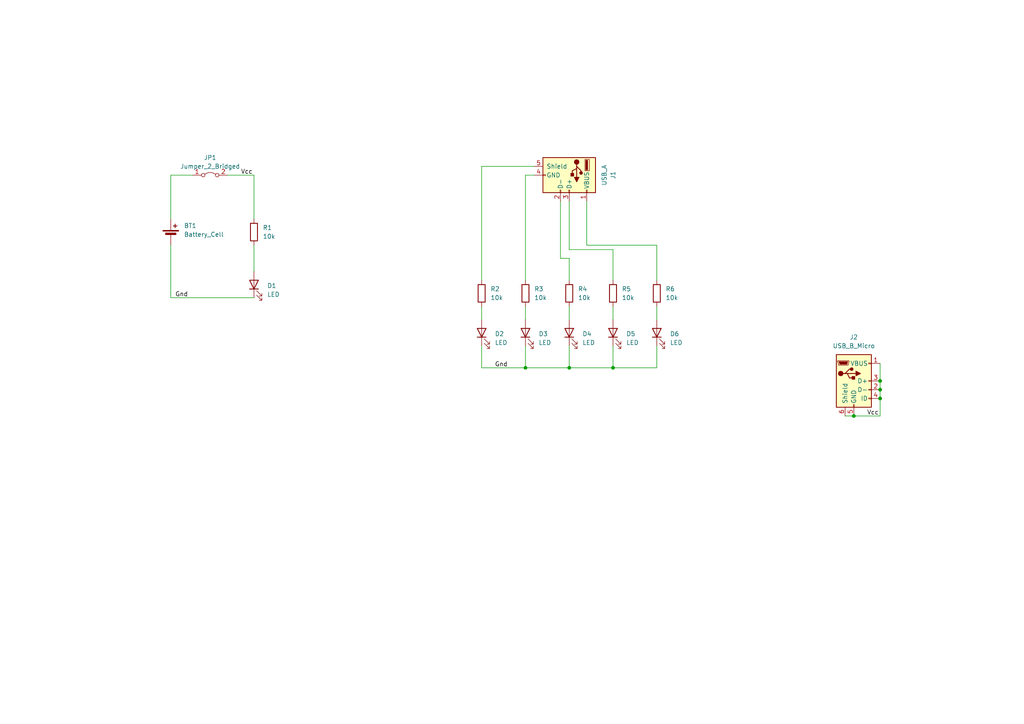
<source format=kicad_sch>
(kicad_sch (version 20231120) (generator "eeschema") (generator_version "8.0")
  (paper "A4")
  (lib_symbols
    (symbol "Connector:USB_A" (pin_names (offset 1.016))
      (property "Reference" "J" (at -5.08 11.43 0))
      (property "Value" "USB_A" (at -5.08 8.89 0))
      (symbol "USB_A_0_1"
        (rectangle (start -5.08 -7.62) (end 5.08 7.62) (stroke (width 0.254)) (fill (type background)))
        (circle (center -3.81 2.159) (radius 0.635) (stroke (width 0.254)) (fill (type outline)))
        (rectangle (start -1.524 4.826) (end -4.318 5.334) (fill (type outline)))
        (rectangle (start -1.27 4.572) (end -4.572 5.842))
        (circle (center -0.635 3.429) (radius 0.381) (stroke (width 0.254)) (fill (type outline)))
        (rectangle (start -0.127 -7.62) (end 0.127 -6.858))
        (polyline (pts (xy -3.175 2.159) (xy -2.54 2.159) (xy -1.27 3.429) (xy -0.635 3.429)) (stroke (width 0.254)))
        (polyline (pts (xy -2.54 2.159) (xy -1.905 2.159) (xy -1.27 0.889) (xy 0 0.889)) (stroke (width 0.254)))
        (polyline (pts (xy 0.635 2.794) (xy 0.635 1.524) (xy 1.905 2.159) (xy 0.635 2.794)) (stroke (width 0.254)) (fill (type outline)))
        (rectangle (start 0.254 1.27) (end -0.508 0.508) (stroke (width 0.254)) (fill (type outline)))
        (rectangle (start 5.08 -2.667) (end 4.318 -2.413))
        (rectangle (start 5.08 -0.127) (end 4.318 0.127))
        (rectangle (start 5.08 4.953) (end 4.318 5.207))
      )
      (symbol "USB_A_1_1"
        (polyline (pts (xy -1.905 2.159) (xy 0.635 2.159)) (stroke (width 0.254)))
        (pin power_in line (at 7.62 5.08 180) (length 2.54) (name "VBUS") (number "1"))
        (pin bidirectional line (at 7.62 -2.54 180) (length 2.54) (name "D-") (number "2"))
        (pin bidirectional line (at 7.62 0 180) (length 2.54) (name "D+") (number "3"))
        (pin power_in line (at 0 -10.16 90) (length 2.54) (name "GND") (number "4"))
        (pin passive line (at -2.54 -10.16 90) (length 2.54) (name "Shield") (number "5"))
      )
    )
    (symbol "Connector:USB_B_Micro" (pin_names (offset 1.016))
      (property "Reference" "J" (at -5.08 11.43 0))
      (property "Value" "USB_B_Micro" (at -5.08 8.89 0))
      (symbol "USB_B_Micro_0_1"
        (rectangle (start -5.08 -7.62) (end 5.08 7.62) (stroke (width 0.254)) (fill (type background)))
        (circle (center -3.81 2.159) (radius 0.635) (stroke (width 0.254)) (fill (type outline)))
        (circle (center -0.635 3.429) (radius 0.381) (stroke (width 0.254)) (fill (type outline)))
        (rectangle (start -0.127 -7.62) (end 0.127 -6.858))
        (polyline (pts (xy -1.905 2.159) (xy 0.635 2.159)) (stroke (width 0.254)))
        (polyline (pts (xy -3.175 2.159) (xy -2.54 2.159) (xy -1.27 3.429) (xy -0.635 3.429)) (stroke (width 0.254)))
        (polyline (pts (xy -2.54 2.159) (xy -1.905 2.159) (xy -1.27 0.889) (xy 0 0.889)) (stroke (width 0.254)))
        (polyline (pts (xy 0.635 2.794) (xy 0.635 1.524) (xy 1.905 2.159) (xy 0.635 2.794)) (stroke (width 0.254)) (fill (type outline)))
        (polyline (pts (xy -4.318 5.588) (xy -1.778 5.588) (xy -2.032 4.826) (xy -4.064 4.826) (xy -4.318 5.588)) (fill (type outline)))
        (polyline (pts (xy -4.699 5.842) (xy -4.699 5.588) (xy -4.445 4.826) (xy -4.445 4.572) (xy -1.651 4.572) (xy -1.651 4.826) (xy -1.397 5.588) (xy -1.397 5.842) (xy -4.699 5.842)))
        (rectangle (start 0.254 1.27) (end -0.508 0.508) (stroke (width 0.254)) (fill (type outline)))
        (rectangle (start 5.08 -5.207) (end 4.318 -4.953))
        (rectangle (start 5.08 -2.667) (end 4.318 -2.413))
        (rectangle (start 5.08 -0.127) (end 4.318 0.127))
        (rectangle (start 5.08 4.953) (end 4.318 5.207))
      )
      (symbol "USB_B_Micro_1_1"
        (pin power_out line (at 7.62 5.08 180) (length 2.54) (name "VBUS") (number "1"))
        (pin bidirectional line (at 7.62 -2.54 180) (length 2.54) (name "D-") (number "2"))
        (pin bidirectional line (at 7.62 0 180) (length 2.54) (name "D+") (number "3"))
        (pin passive line (at 7.62 -5.08 180) (length 2.54) (name "ID") (number "4"))
        (pin power_out line (at 0 -10.16 90) (length 2.54) (name "GND") (number "5"))
        (pin passive line (at -2.54 -10.16 90) (length 2.54) (name "Shield") (number "6"))
      )
    )
    (symbol "Device:Battery_Cell" (pin_numbers hide) (pin_names (offset 0) hide)
      (property "Reference" "BT" (at 2.54 2.54 0))
      (property "Value" "Battery_Cell" (at 2.54 0 0))
      (symbol "Battery_Cell_0_1"
        (rectangle (start -2.286 1.778) (end 2.286 1.524) (fill (type outline)))
        (rectangle (start -1.524 1.016) (end 1.524 0.508) (fill (type outline)))
        (polyline (pts (xy 0 0.762) (xy 0 0)))
        (polyline (pts (xy 0 1.778) (xy 0 2.54)))
        (polyline (pts (xy 0.762 3.048) (xy 1.778 3.048)) (stroke (width 0.254)))
        (polyline (pts (xy 1.27 3.556) (xy 1.27 2.54)) (stroke (width 0.254)))
      )
      (symbol "Battery_Cell_1_1"
        (pin passive line (at 0 5.08 270) (length 2.54) (name "+") (number "1"))
        (pin passive line (at 0 -2.54 90) (length 2.54) (name "-") (number "2"))
      )
    )
    (symbol "Device:LED" (pin_numbers hide) (pin_names (offset 1.016) hide)
      (property "Reference" "D" (at 0 2.54 0))
      (property "Value" "LED" (at 0 -2.54 0))
      (symbol "LED_0_1"
        (polyline (pts (xy -1.27 -1.27) (xy -1.27 1.27)) (stroke (width 0.254)))
        (polyline (pts (xy -1.27 0) (xy 1.27 0)))
        (polyline (pts (xy 1.27 -1.27) (xy 1.27 1.27) (xy -1.27 0) (xy 1.27 -1.27)) (stroke (width 0.254)))
        (polyline (pts (xy -3.048 -0.762) (xy -4.572 -2.286) (xy -3.81 -2.286) (xy -4.572 -2.286) (xy -4.572 -1.524)))
        (polyline (pts (xy -1.778 -0.762) (xy -3.302 -2.286) (xy -2.54 -2.286) (xy -3.302 -2.286) (xy -3.302 -1.524)))
      )
      (symbol "LED_1_1"
        (pin passive line (at -3.81 0 0) (length 2.54) (name "K") (number "1"))
        (pin passive line (at 3.81 0 180) (length 2.54) (name "A") (number "2"))
      )
    )
    (symbol "Device:R" (pin_numbers hide) (pin_names (offset 0))
      (property "Reference" "R" (at 2.032 0 90))
      (property "Value" "R" (at 0 0 90))
      (symbol "R_0_1"
        (rectangle (start -1.016 -2.54) (end 1.016 2.54) (stroke (width 0.254)))
      )
      (symbol "R_1_1"
        (pin passive line (at 0 3.81 270) (length 1.27) (name "~") (number "1"))
        (pin passive line (at 0 -3.81 90) (length 1.27) (name "~") (number "2"))
      )
    )
    (symbol "Jumper:Jumper_2_Bridged" (pin_names (offset 0) hide)
      (property "Reference" "JP" (at 0 1.905 0))
      (property "Value" "Jumper_2_Bridged" (at 0 -2.54 0))
      (symbol "Jumper_2_Bridged_0_0"
        (circle (center -2.032 0) (radius 0.508))
        (circle (center 2.032 0) (radius 0.508))
      )
      (symbol "Jumper_2_Bridged_0_1"
        (arc (start 1.524 0.254) (mid 0 0.762) (end -1.524 0.254))
      )
      (symbol "Jumper_2_Bridged_1_1"
        (pin passive line (at -5.08 0 0) (length 2.54) (name "A") (number "1"))
        (pin passive line (at 5.08 0 180) (length 2.54) (name "B") (number "2"))
      )
    )
  )
  (junction (at 255.27 115.57))
  (junction (at 177.8 106.68))
  (junction (at 255.27 110.49))
  (junction (at 152.4 106.68))
  (junction (at 247.65 120.65))
  (junction (at 165.1 106.68))
  (junction (at 255.27 113.03))
  (wire (pts (xy 165.1 81.28) (xy 165.1 74.93)))
  (wire (pts (xy 255.27 110.49) (xy 255.27 113.03)))
  (wire (pts (xy 255.27 120.65) (xy 247.65 120.65)))
  (wire (pts (xy 165.1 106.68) (xy 177.8 106.68)))
  (wire (pts (xy 152.4 88.9) (xy 152.4 92.71)))
  (wire (pts (xy 170.18 71.12) (xy 170.18 58.42)))
  (wire (pts (xy 177.8 100.33) (xy 177.8 106.68)))
  (wire (pts (xy 49.53 50.8) (xy 55.88 50.8)))
  (wire (pts (xy 165.1 74.93) (xy 162.56 74.93)))
  (wire (pts (xy 190.5 81.28) (xy 190.5 71.12)))
  (wire (pts (xy 177.8 88.9) (xy 177.8 92.71)))
  (wire (pts (xy 49.53 71.12) (xy 49.53 86.36)))
  (wire (pts (xy 255.27 115.57) (xy 255.27 120.65)))
  (wire (pts (xy 165.1 72.39) (xy 165.1 58.42)))
  (wire (pts (xy 165.1 100.33) (xy 165.1 106.68)))
  (wire (pts (xy 255.27 105.41) (xy 255.27 110.49)))
  (wire (pts (xy 190.5 71.12) (xy 170.18 71.12)))
  (wire (pts (xy 177.8 106.68) (xy 190.5 106.68)))
  (wire (pts (xy 73.66 71.12) (xy 73.66 78.74)))
  (wire (pts (xy 152.4 106.68) (xy 165.1 106.68)))
  (wire (pts (xy 73.66 50.8) (xy 73.66 63.5)))
  (wire (pts (xy 165.1 88.9) (xy 165.1 92.71)))
  (wire (pts (xy 177.8 72.39) (xy 165.1 72.39)))
  (wire (pts (xy 139.7 100.33) (xy 139.7 106.68)))
  (wire (pts (xy 152.4 81.28) (xy 152.4 50.8)))
  (wire (pts (xy 66.04 50.8) (xy 73.66 50.8)))
  (wire (pts (xy 139.7 106.68) (xy 152.4 106.68)))
  (wire (pts (xy 139.7 48.26) (xy 154.94 48.26)))
  (wire (pts (xy 247.65 120.65) (xy 245.11 120.65)))
  (wire (pts (xy 177.8 81.28) (xy 177.8 72.39)))
  (wire (pts (xy 255.27 113.03) (xy 255.27 115.57)))
  (wire (pts (xy 190.5 106.68) (xy 190.5 100.33)))
  (wire (pts (xy 139.7 81.28) (xy 139.7 48.26)))
  (wire (pts (xy 162.56 74.93) (xy 162.56 58.42)))
  (wire (pts (xy 190.5 88.9) (xy 190.5 92.71)))
  (wire (pts (xy 139.7 88.9) (xy 139.7 92.71)))
  (wire (pts (xy 152.4 100.33) (xy 152.4 106.68)))
  (wire (pts (xy 152.4 50.8) (xy 154.94 50.8)))
  (wire (pts (xy 49.53 63.5) (xy 49.53 50.8)))
  (wire (pts (xy 49.53 86.36) (xy 73.66 86.36)))
  (label "Gnd" (at 143.51 106.68 0))
  (label "Gnd" (at 50.8 86.36 0))
  (label "Vcc" (at 69.85 50.8 0))
  (label "Vcc" (at 251.46 120.65 0))
  (symbol (lib_id "Jumper:Jumper_2_Bridged") (at 60.96 50.8 0) (unit 1)
    (property "Reference" "JP1" (at 60.96 45.72 0))
    (property "Value" "Jumper_2_Bridged" (at 60.96 48.26 0))
    (property "Footprint" "Button_Switch_SMD:SW_SPST_B3U-3000P" (effects (hide yes)))
    (property "Description" "Jumper, 2-pole, closed/bridged" (effects (hide yes)))
  )
  (symbol (lib_id "Device:Battery_Cell") (at 49.53 68.58 0) (unit 1)
    (property "Reference" "BT1" (at 53.34 65.4684 0) (effects (justify left)))
    (property "Value" "Battery_Cell" (at 53.34 68.0084 0) (effects (justify left)))
    (property "Footprint" "Battery:BatteryHolder_Keystone_3002_1x2032" (effects (hide yes)))
    (property "Description" "Single-cell battery" (effects (hide yes)))
  )
  (symbol (lib_id "Device:LED") (at 190.5 96.52 90) (unit 1)
    (property "Reference" "D6" (at 194.31 96.8374 90) (effects (justify right)))
    (property "Value" "LED" (at 194.31 99.3774 90) (effects (justify right)))
    (property "Footprint" "LED_SMD:LED_0603_1608Metric_Pad1.05x0.95mm_HandSolder" (effects (hide yes)))
    (property "Description" "Light emitting diode" (effects (hide yes)))
  )
  (symbol (lib_id "Connector:USB_A") (at 165.1 50.8 270) (unit 1)
    (property "Reference" "J1" (at 177.8 50.8 0))
    (property "Value" "USB_A" (at 175.26 50.8 0))
    (property "Footprint" "Connector_USB:USB_A_Molex_67643_Horizontal" (effects (hide yes)))
    (property "Datasheet" " ~" (effects (hide yes)))
    (property "Description" "USB Type A connector" (effects (hide yes)))
  )
  (symbol (lib_id "Device:LED") (at 165.1 96.52 90) (unit 1)
    (property "Reference" "D4" (at 168.91 96.8374 90) (effects (justify right)))
    (property "Value" "LED" (at 168.91 99.3774 90) (effects (justify right)))
    (property "Footprint" "LED_SMD:LED_0603_1608Metric_Pad1.05x0.95mm_HandSolder" (effects (hide yes)))
    (property "Description" "Light emitting diode" (effects (hide yes)))
  )
  (symbol (lib_id "Device:R") (at 177.8 85.09 0) (unit 1)
    (property "Reference" "R5" (at 180.34 83.8199 0) (effects (justify left)))
    (property "Value" "10k" (at 180.34 86.3599 0) (effects (justify left)))
    (property "Footprint" "Resistor_SMD:R_0603_1608Metric_Pad0.98x0.95mm_HandSolder" (effects (hide yes)))
    (property "Description" "Resistor" (effects (hide yes)))
  )
  (symbol (lib_id "Device:LED") (at 73.66 82.55 90) (unit 1)
    (property "Reference" "D1" (at 77.47 82.8674 90) (effects (justify right)))
    (property "Value" "LED" (at 77.47 85.4074 90) (effects (justify right)))
    (property "Footprint" "LED_SMD:LED_0603_1608Metric_Pad1.05x0.95mm_HandSolder" (effects (hide yes)))
    (property "Description" "Light emitting diode" (effects (hide yes)))
  )
  (symbol (lib_id "Device:LED") (at 177.8 96.52 90) (unit 1)
    (property "Reference" "D5" (at 181.61 96.8374 90) (effects (justify right)))
    (property "Value" "LED" (at 181.61 99.3774 90) (effects (justify right)))
    (property "Footprint" "LED_SMD:LED_0603_1608Metric_Pad1.05x0.95mm_HandSolder" (effects (hide yes)))
    (property "Description" "Light emitting diode" (effects (hide yes)))
  )
  (symbol (lib_id "Device:R") (at 139.7 85.09 0) (unit 1)
    (property "Reference" "R2" (at 142.24 83.8199 0) (effects (justify left)))
    (property "Value" "10k" (at 142.24 86.3599 0) (effects (justify left)))
    (property "Footprint" "Resistor_SMD:R_0603_1608Metric_Pad0.98x0.95mm_HandSolder" (effects (hide yes)))
    (property "Description" "Resistor" (effects (hide yes)))
  )
  (symbol (lib_id "Device:R") (at 190.5 85.09 0) (unit 1)
    (property "Reference" "R6" (at 193.04 83.8199 0) (effects (justify left)))
    (property "Value" "10k" (at 193.04 86.3599 0) (effects (justify left)))
    (property "Footprint" "Resistor_SMD:R_0603_1608Metric_Pad0.98x0.95mm_HandSolder" (effects (hide yes)))
    (property "Description" "Resistor" (effects (hide yes)))
  )
  (symbol (lib_id "Device:R") (at 152.4 85.09 0) (unit 1)
    (property "Reference" "R3" (at 154.94 83.8199 0) (effects (justify left)))
    (property "Value" "10k" (at 154.94 86.3599 0) (effects (justify left)))
    (property "Footprint" "Resistor_SMD:R_0603_1608Metric_Pad0.98x0.95mm_HandSolder" (effects (hide yes)))
    (property "Description" "Resistor" (effects (hide yes)))
  )
  (symbol (lib_id "Device:LED") (at 152.4 96.52 90) (unit 1)
    (property "Reference" "D3" (at 156.21 96.8374 90) (effects (justify right)))
    (property "Value" "LED" (at 156.21 99.3774 90) (effects (justify right)))
    (property "Footprint" "LED_SMD:LED_0603_1608Metric_Pad1.05x0.95mm_HandSolder" (effects (hide yes)))
    (property "Description" "Light emitting diode" (effects (hide yes)))
  )
  (symbol (lib_id "Device:R") (at 73.66 67.31 0) (unit 1)
    (property "Reference" "R1" (at 76.2 66.0399 0) (effects (justify left)))
    (property "Value" "10k" (at 76.2 68.5799 0) (effects (justify left)))
    (property "Footprint" "Resistor_SMD:R_0603_1608Metric_Pad0.98x0.95mm_HandSolder" (effects (hide yes)))
    (property "Description" "Resistor" (effects (hide yes)))
  )
  (symbol (lib_id "Connector:USB_B_Micro") (at 247.65 110.49 0) (unit 1)
    (property "Reference" "J2" (at 247.65 97.79 0))
    (property "Value" "USB_B_Micro" (at 247.65 100.33 0))
    (property "Footprint" "Connector_USB:USB_Micro-B_Amphenol_10118194_Horizontal" (effects (hide yes)))
    (property "Description" "USB Micro Type B connector" (effects (hide yes)))
  )
  (symbol (lib_id "Device:R") (at 165.1 85.09 0) (unit 1)
    (property "Reference" "R4" (at 167.64 83.8199 0) (effects (justify left)))
    (property "Value" "10k" (at 167.64 86.3599 0) (effects (justify left)))
    (property "Footprint" "Resistor_SMD:R_0603_1608Metric_Pad0.98x0.95mm_HandSolder" (effects (hide yes)))
    (property "Description" "Resistor" (effects (hide yes)))
  )
  (symbol (lib_id "Device:LED") (at 139.7 96.52 90) (unit 1)
    (property "Reference" "D2" (at 143.51 96.8374 90) (effects (justify right)))
    (property "Value" "LED" (at 143.51 99.3774 90) (effects (justify right)))
    (property "Footprint" "LED_SMD:LED_0603_1608Metric_Pad1.05x0.95mm_HandSolder" (effects (hide yes)))
    (property "Description" "Light emitting diode" (effects (hide yes)))
  )
)
</source>
